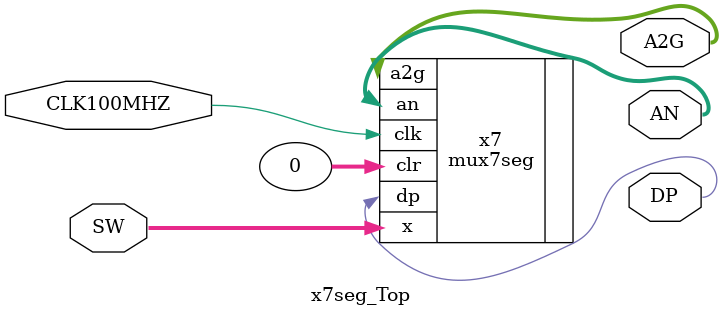
<source format=sv>
`timescale 1ns / 1ps


module x7seg_Top(
    input logic        CLK100MHZ,
    input logic [15:0] SW,
    output logic [6:0] A2G,
    output logic [7:0] AN,
    output logic        DP);
    
    logic  [15:0] x;
    
    
    mux7seg x7(.x(SW[15:0]),
             .clk(CLK100MHZ),
             .clr(0),
             .a2g(A2G),
             .an(AN),
             .dp(DP));
endmodule
</source>
